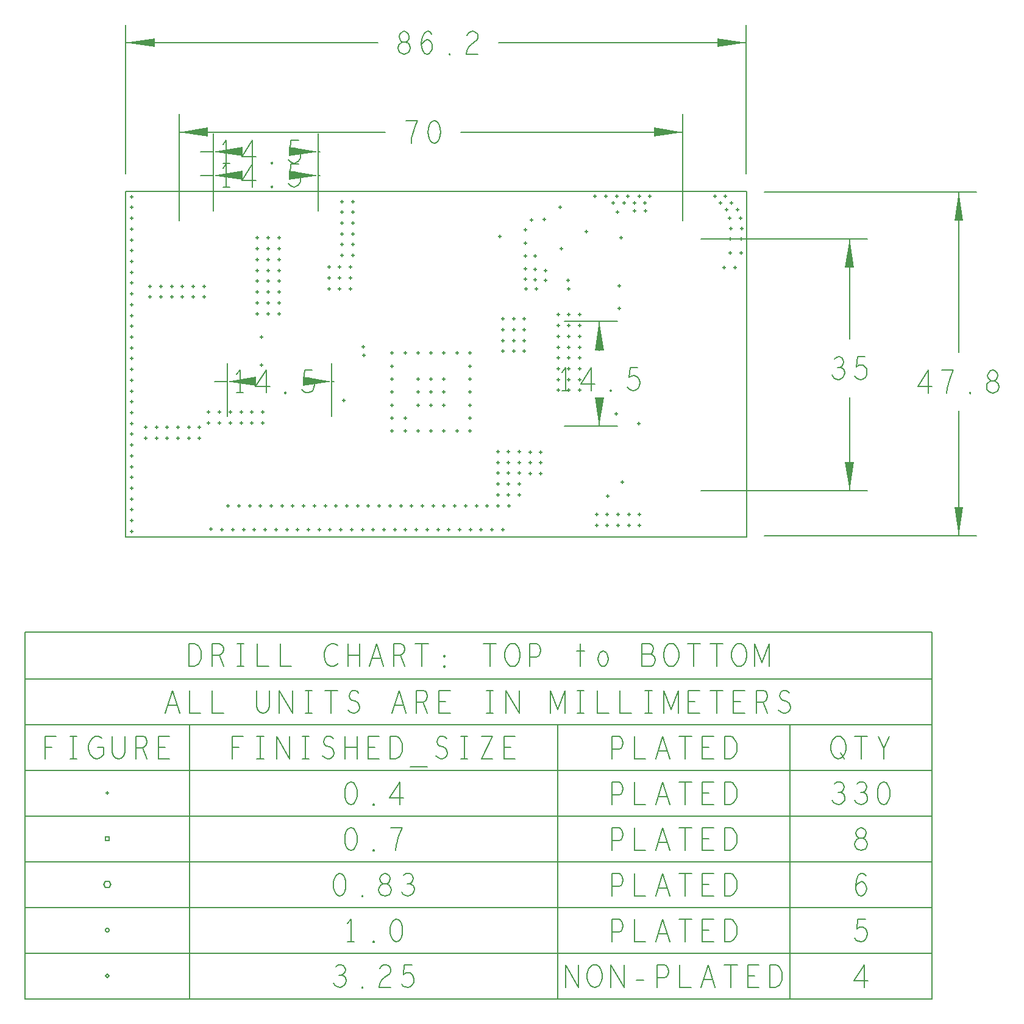
<source format=gko>
G04 ================== begin FILE IDENTIFICATION RECORD ==================*
G04 Layout Name:  E:/FACOMSA/allegro/TFG_RECEIVER_0V5.brd*
G04 Film Name:    PCB_ReceiverBoardOutline*
G04 File Format:  Gerber RS274X*
G04 File Origin:  Cadence Allegro 17.0-S002*
G04 Origin Date:  Mon Mar 27 20:28:53 2023*
G04 *
G04 Layer:  MANUFACTURING/NCLEGEND-1-2*
G04 Layer:  MANUFACTURING/NCLEGEND-1-4*
G04 Layer:  MANUFACTURING/NCLEGEND-1-6*
G04 Layer:  MANUFACTURING/NCLEGEND-1-8*
G04 Layer:  BOARD GEOMETRY/DIMENSION*
G04 Layer:  BOARD GEOMETRY/OUTLINE*
G04 Layer:  MANUFACTURING/XSECTION_CHART*
G04 Layer:  MANUFACTURING/NCDRILL_FIGURE*
G04 Layer:  MANUFACTURING/NCDRILL_LEGEND*
G04 *
G04 Offset:    (0.0000 0.0000)*
G04 Mirror:    No*
G04 Mode:      Positive*
G04 Rotation:  0*
G04 FullContactRelief:  No*
G04 UndefLineWidth:     0.2000*
G04 ================== end FILE IDENTIFICATION RECORD ====================*
%FSAX34Y34*MOMM*%
%IR0*IPPOS*OFA0.00000B0.00000*MIA0B0*SFA1.00000B1.00000*%
%AMMACRO13*
1,1,.2,.2,0.0*
20,1,.2,.2,0.0,-.2,0.0,0.0*
1,1,.2,-.2,0.0*
1,1,.2,0.0,.2*
20,1,.2,0.0,.2,0.0,-.2,0.0*
1,1,.2,0.0,-.2*
%
%ADD13MACRO13*%
%AMMACRO12*
1,1,.2,.103553,-.25*
20,1,.2,.103553,-.25,-.103553,-.25,0.0*
1,1,.2,-.103553,-.25*
20,1,.2,-.103553,-.25,-.25,-.103553,0.0*
1,1,.2,-.25,-.103553*
20,1,.2,-.25,-.103553,-.25,.103553,0.0*
1,1,.2,-.25,.103553*
20,1,.2,-.25,.103553,-.103553,.25,0.0*
1,1,.2,-.103553,.25*
20,1,.2,-.103553,.25,.103553,.25,0.0*
1,1,.2,.103553,.25*
20,1,.2,.103553,.25,.25,.103553,0.0*
1,1,.2,.25,.103553*
20,1,.2,.25,.103553,.25,-.103553,0.0*
1,1,.2,.25,-.103553*
20,1,.2,.25,-.103553,.103553,-.25,0.0*
1,1,.2,.103553,-.25*
%
%ADD12MACRO12*%
%AMMACRO14*
1,1,.2,.25,.25*
20,1,.2,.25,.25,.25,-.25,0.0*
1,1,.2,.25,-.25*
20,1,.2,.25,-.25,-.25,-.25,0.0*
1,1,.2,-.25,-.25*
20,1,.2,-.25,-.25,-.25,.25,0.0*
1,1,.2,-.25,.25*
20,1,.2,-.25,.25,.25,.25,0.0*
1,1,.2,.25,.25*
%
%ADD14MACRO14*%
%AMMACRO10*
1,1,.2,.25,0.0*
20,1,.2,.25,0.0,0.0,-.25,0.0*
1,1,.2,0.0,-.25*
20,1,.2,0.0,-.25,-.25,0.0,0.0*
1,1,.2,-.25,0.0*
20,1,.2,-.25,0.0,0.0,.25,0.0*
1,1,.2,0.0,.25*
20,1,.2,0.0,.25,.25,0.0,0.0*
1,1,.2,.25,0.0*
%
%ADD10MACRO10*%
%AMMACRO11*
1,1,.2,.5,0.0*
20,1,.2,.5,0.0,.25,.433013,0.0*
1,1,.2,.25,.433013*
20,1,.2,.25,.433013,-.25,.433013,0.0*
1,1,.2,-.25,.433013*
20,1,.2,-.25,.433013,-.5,0.0,0.0*
1,1,.2,-.5,0.0*
20,1,.2,-.5,0.0,-.25,-.433013,0.0*
1,1,.2,-.25,-.433013*
20,1,.2,-.25,-.433013,.25,-.433013,0.0*
1,1,.2,.25,-.433013*
20,1,.2,.25,-.433013,.5,0.0,0.0*
1,1,.2,.5,0.0*
%
%ADD11MACRO11*%
%ADD15C,.2*%
G75*
%LPD*%
G75*
G36*
G01X0116000Y0712550D02*
X0076000Y0706300D01*
X0116000Y0700050D01*
Y0712550D01*
G37*
G36*
G01X0190000Y0588350D02*
X0150000Y0582100D01*
X0190000Y0575850D01*
Y0588350D01*
G37*
G36*
G01X0257000Y0242250D02*
X0217000Y0236000D01*
X0257000Y0229750D01*
Y0242250D01*
G37*
G36*
G01X0238000Y0528250D02*
X0198000Y0522000D01*
X0238000Y0515750D01*
Y0528250D01*
G37*
G36*
G01Y0561250D02*
X0198000Y0555000D01*
X0238000Y0548750D01*
Y0561250D01*
G37*
G36*
G01X0303000Y0515750D02*
X0343000Y0522000D01*
X0303000Y0528250D01*
Y0515750D01*
G37*
G36*
G01Y0548750D02*
X0343000Y0555000D01*
X0303000Y0561250D01*
Y0548750D01*
G37*
G36*
G01X0322000Y0229750D02*
X0362000Y0236000D01*
X0322000Y0242250D01*
Y0229750D01*
G37*
G36*
G01X0727750Y0214000D02*
X0734000Y0174000D01*
X0740250Y0214000D01*
X0727750D01*
G37*
G36*
G01X0740250Y0279000D02*
X0734000Y0319000D01*
X0727750Y0279000D01*
X0740250D01*
G37*
G36*
G01X0810000Y0575850D02*
X0850000Y0582100D01*
X0810000Y0588350D01*
Y0575850D01*
G37*
G36*
G01X0898000Y0700050D02*
X0938000Y0706300D01*
X0898000Y0712550D01*
Y0700050D01*
G37*
G36*
G01X1075050Y0124000D02*
X1081300Y0084000D01*
X1087550Y0124000D01*
X1075050D01*
G37*
G36*
G01X1087550Y0394000D02*
X1081300Y0434000D01*
X1075050Y0394000D01*
X1087550D01*
G37*
G36*
G01X1226850Y0061000D02*
X1233100Y0021000D01*
X1239350Y0061000D01*
X1226850D01*
G37*
G36*
G01X1239350Y0459000D02*
X1233100Y0499000D01*
X1226850Y0459000D01*
X1239350D01*
G37*
G54D10*
X0050350Y-0590150D03*
G54D11*
Y-0463150D03*
G54D12*
Y-0526650D03*
G54D13*
Y-0336150D03*
X0084300Y0057400D03*
Y0042400D03*
Y0027400D03*
Y0117400D03*
Y0102400D03*
Y0087400D03*
Y0072400D03*
X0103600Y0172000D03*
X0118600D03*
X0103600Y0157000D03*
X0118600D03*
X0084300Y0177400D03*
Y0162400D03*
Y0147400D03*
Y0132400D03*
Y0252400D03*
Y0237400D03*
Y0222400D03*
Y0207400D03*
Y0192400D03*
Y0312400D03*
Y0297400D03*
Y0282400D03*
Y0267400D03*
X0109900Y0367900D03*
Y0352900D03*
X0084300Y0372400D03*
Y0357400D03*
Y0342400D03*
Y0327400D03*
Y0447400D03*
Y0432400D03*
Y0417400D03*
Y0402400D03*
Y0387400D03*
Y0492400D03*
Y0477400D03*
Y0462400D03*
X0133600Y0172000D03*
X0148600D03*
X0163600D03*
X0178600D03*
X0133600Y0157000D03*
X0148600D03*
X0163600D03*
X0178600D03*
X0139900Y0367900D03*
X0154900D03*
X0169900D03*
X0184900D03*
X0124900D03*
X0139900Y0352900D03*
X0154900D03*
X0169900D03*
X0184900D03*
X0124900D03*
X0209700Y0030200D03*
X0224700D03*
X0239700D03*
X0194600Y0031000D03*
X0218100Y0062500D03*
X0233100D03*
X0248100D03*
X0206300Y0178000D03*
X0221300D03*
X0236300D03*
X0251300D03*
X0191300D03*
X0206300Y0193000D03*
X0221300D03*
X0236300D03*
X0251300D03*
X0191300D03*
X0284700Y0030200D03*
X0299700D03*
X0314700D03*
X0254700D03*
X0269700D03*
X0293100Y0062500D03*
X0308100D03*
X0263100D03*
X0278100D03*
X0266300Y0178000D03*
Y0193000D03*
X0264500Y0258500D03*
Y0297000D03*
X0288800Y0375000D03*
Y0360000D03*
X0258800Y0375000D03*
X0273800D03*
X0258800Y0360000D03*
X0273800D03*
X0288800Y0345000D03*
Y0330000D03*
X0258800Y0345000D03*
X0273800D03*
X0258800Y0330000D03*
X0273800D03*
X0288800Y0435000D03*
X0258800D03*
X0273800D03*
X0288800Y0420000D03*
Y0405000D03*
Y0390000D03*
X0258800Y0420000D03*
X0273800D03*
X0258800Y0405000D03*
X0273800D03*
X0258800Y0390000D03*
X0273800D03*
X0359700Y0030200D03*
X0374700D03*
X0329700D03*
X0344700D03*
X0368100Y0062500D03*
X0383100D03*
X0323100D03*
X0338100D03*
X0353100D03*
X0379000Y0209000D03*
X0358200Y0379700D03*
X0373200D03*
X0358200Y0364700D03*
X0373200D03*
X0376300Y0440700D03*
Y0425700D03*
Y0410700D03*
X0358200Y0394700D03*
X0373200D03*
X0376300Y0485700D03*
Y0470700D03*
Y0455700D03*
X0434700Y0030200D03*
X0449700D03*
X0389700D03*
X0404700D03*
X0419700D03*
X0443100Y0062500D03*
X0398100D03*
X0413100D03*
X0428100D03*
X0446000Y0185000D03*
Y0167000D03*
Y0239000D03*
Y0221000D03*
Y0203000D03*
Y0275000D03*
Y0257000D03*
X0407000Y0272000D03*
X0406000Y0284000D03*
X0388200Y0379700D03*
Y0364700D03*
X0391300Y0440700D03*
Y0425700D03*
Y0410700D03*
X0388200Y0394700D03*
X0391300Y0485700D03*
Y0470700D03*
Y0455700D03*
X0509700Y0030200D03*
X0464700D03*
X0479700D03*
X0494700D03*
X0458100Y0062500D03*
X0473100D03*
X0488100D03*
X0503100D03*
X0464000Y0185000D03*
Y0167000D03*
X0482000D03*
X0500000D03*
Y0221000D03*
X0482000Y0203000D03*
X0500000Y0239000D03*
X0482000Y0221000D03*
X0500000Y0203000D03*
X0482000Y0239000D03*
X0464000Y0275000D03*
X0482000D03*
X0500000D03*
X0524700Y0030200D03*
X0539700D03*
X0554700D03*
X0569700D03*
X0518100Y0062500D03*
X0533100D03*
X0548100D03*
X0563100D03*
X0578100D03*
X0554000Y0185000D03*
X0518000Y0167000D03*
X0536000D03*
X0554000D03*
Y0239000D03*
Y0221000D03*
Y0203000D03*
X0518000D03*
Y0221000D03*
Y0239000D03*
Y0275000D03*
X0536000D03*
X0554000D03*
Y0257000D03*
X0599700Y0030200D03*
X0584700D03*
X0637600Y0122600D03*
Y0107600D03*
X0592700Y0123400D03*
X0607700D03*
X0622700D03*
X0592700Y0108400D03*
X0607700D03*
X0622700D03*
X0592700Y0093400D03*
X0607700D03*
X0622700D03*
X0592700Y0078400D03*
X0607700D03*
X0622700D03*
X0593100Y0062500D03*
X0608100D03*
X0637600Y0137600D03*
X0592700Y0138400D03*
X0607700D03*
X0622700D03*
X0599800Y0307600D03*
X0614800D03*
X0629800D03*
X0599800Y0292600D03*
X0614800D03*
X0629800D03*
X0599800Y0277600D03*
X0614800D03*
X0629800D03*
X0599800Y0322600D03*
X0614800D03*
X0629800D03*
X0645000Y0377000D03*
X0631000Y0378000D03*
X0632000Y0364000D03*
X0645000Y0410000D03*
Y0391000D03*
X0631000Y0446000D03*
Y0428000D03*
Y0410000D03*
Y0392000D03*
X0596000Y0437000D03*
X0640000Y0460000D03*
X0652600Y0122600D03*
Y0107600D03*
Y0137600D03*
X0676600Y0253400D03*
X0691600D03*
X0706600D03*
X0676600Y0238400D03*
X0691600D03*
X0706600D03*
X0676600Y0223400D03*
X0691600D03*
X0706600D03*
X0676600Y0313400D03*
X0691600D03*
X0706600D03*
X0676600Y0298400D03*
X0691600D03*
X0706600D03*
X0676600Y0283400D03*
X0691600D03*
X0706600D03*
X0676600Y0268400D03*
X0691600D03*
X0706600D03*
X0676600Y0328400D03*
X0691600D03*
X0706600D03*
X0690000Y0376000D03*
X0659000D03*
X0691000Y0364000D03*
X0646000D03*
X0659000Y0390000D03*
X0681000Y0420000D03*
X0679000Y0478000D03*
X0657000Y0461000D03*
X0744900Y0051200D03*
X0759900D03*
X0774900D03*
X0744900Y0036200D03*
X0759900D03*
X0774900D03*
X0729900Y0051200D03*
Y0036200D03*
X0745840Y0076348D03*
X0766160Y0095652D03*
X0757000Y0191000D03*
X0761400Y0337400D03*
Y0368400D03*
X0764000Y0435000D03*
X0716000Y0444000D03*
X0752900Y0483500D03*
X0767900D03*
X0758200Y0493400D03*
X0773200D03*
X0743000D03*
X0728000D03*
X0759000Y0471000D03*
X0789900Y0051200D03*
Y0036200D03*
X0789000Y0177000D03*
X0783100Y0472400D03*
X0798100D03*
X0789100Y0493200D03*
X0804100D03*
X0782300Y0483700D03*
X0797300D03*
X0902500Y0483400D03*
X0894100Y0493100D03*
X0907200Y0393600D03*
X0922200D03*
X0915500Y0414400D03*
X0930500D03*
X0916500Y0448300D03*
X0931500D03*
X0915500Y0433800D03*
X0930500D03*
X0915000Y0462500D03*
X0930000D03*
X0910600Y0474600D03*
X0925600D03*
X0917500Y0483400D03*
X0909100Y0493100D03*
G54D14*
X0050350Y-0399650D03*
G54D15*
G01X-0035855Y-0288525D02*
Y-0256775D01*
X-0020895D01*
G01X-0026407Y-0272120D02*
X-0035855D01*
G01X-0001609Y-0256775D02*
X0007838D01*
G01X0003115D02*
Y-0288525D01*
G01X-0001609D02*
X0007838D01*
G01X0036967Y-0272650D02*
X0044841D01*
Y-0282175D01*
X0042478Y-0285351D01*
X0039723Y-0287467D01*
X0035786Y-0288525D01*
X0031850Y-0287467D01*
X0029094Y-0285351D01*
X0026732Y-0282175D01*
X0025156Y-0278471D01*
X0024369Y-0274238D01*
Y-0270533D01*
X0025156Y-0267359D01*
X0026732Y-0263654D01*
X0029094Y-0260479D01*
X0031455Y-0258363D01*
X0034605Y-0256775D01*
X0037360D01*
X0040510Y-0257833D01*
X0042872Y-0259950D01*
G01X0057434Y-0256775D02*
Y-0279529D01*
X0059009Y-0284293D01*
X0062158Y-0287467D01*
X0066095Y-0288525D01*
X0070032Y-0287467D01*
X0073181Y-0284293D01*
X0074756Y-0279529D01*
Y-0256775D01*
G01X0089712Y-0288525D02*
Y-0256775D01*
X0099553D01*
X0102703Y-0258363D01*
X0104671Y-0260479D01*
X0105458Y-0264713D01*
X0104671Y-0268946D01*
X0102309Y-0271591D01*
X0099553Y-0273180D01*
X0089712D01*
G01X0099553D02*
X0105458Y-0288525D01*
G01X0136948D02*
X0121202D01*
Y-0256775D01*
X0136948D01*
G01X0130650Y-0272120D02*
X0121202D01*
G01X0131038Y-0225025D02*
X0140880Y-0193275D01*
X0150722Y-0225025D01*
G01X0147178Y-0213913D02*
X0134581D01*
G01X0164497Y-0193275D02*
Y-0225025D01*
X0180243D01*
G01X0195987Y-0193275D02*
Y-0225025D01*
X0211733D01*
G01X0258179Y-0193275D02*
Y-0216029D01*
X0259754Y-0220793D01*
X0262903Y-0223967D01*
X0266840Y-0225025D01*
X0270777Y-0223967D01*
X0273926Y-0220793D01*
X0275501Y-0216029D01*
Y-0193275D01*
G01X0289276Y-0225025D02*
Y-0193275D01*
X0307384Y-0225025D01*
Y-0193275D01*
G01X0325096D02*
X0334543D01*
G01X0329820D02*
Y-0225025D01*
G01X0325096D02*
X0334543D01*
G01X0361310Y-0193275D02*
Y-0225025D01*
G01X0352256Y-0193275D02*
X0370364D01*
G01X0384533Y-0220793D02*
X0387682Y-0223438D01*
X0391225Y-0225025D01*
X0394375D01*
X0397524Y-0223438D01*
X0399886Y-0220793D01*
X0401067Y-0217087D01*
X0400280Y-0213384D01*
X0398311Y-0210209D01*
X0394768Y-0208091D01*
X0390045Y-0207033D01*
X0387289Y-0204917D01*
X0386107Y-0201213D01*
X0386895Y-0197508D01*
X0388863Y-0194863D01*
X0391619Y-0193275D01*
X0394375D01*
X0397130Y-0194333D01*
X0399493Y-0196979D01*
G01X0445938Y-0225025D02*
X0455780Y-0193275D01*
X0465622Y-0225025D01*
G01X0462078Y-0213913D02*
X0449481D01*
G01X0479397Y-0225025D02*
Y-0193275D01*
X0489238D01*
X0492388Y-0194863D01*
X0494356Y-0196979D01*
X0495143Y-0201213D01*
X0494356Y-0205446D01*
X0491994Y-0208091D01*
X0489238Y-0209680D01*
X0479397D01*
G01X0489238D02*
X0495143Y-0225025D01*
G01X0526633D02*
X0510887D01*
Y-0193275D01*
X0526633D01*
G01X0520335Y-0208620D02*
X0510887D01*
G01X0577016Y-0193275D02*
X0586463D01*
G01X0581740D02*
Y-0225025D01*
G01X0577016D02*
X0586463D01*
G01X0604176D02*
Y-0193275D01*
X0622284Y-0225025D01*
Y-0193275D01*
G01X0665974Y-0225025D02*
Y-0193275D01*
X0676210Y-0219733D01*
X0686446Y-0193275D01*
Y-0225025D01*
G01X0702976Y-0193275D02*
X0712423D01*
G01X0707700D02*
Y-0225025D01*
G01X0702976D02*
X0712423D01*
G01X0731317Y-0193275D02*
Y-0225025D01*
X0747063D01*
G01X0762807Y-0193275D02*
Y-0225025D01*
X0778553D01*
G01X0797446Y-0193275D02*
X0806893D01*
G01X0802170D02*
Y-0225025D01*
G01X0797446D02*
X0806893D01*
G01X0823424D02*
Y-0193275D01*
X0833660Y-0219733D01*
X0843896Y-0193275D01*
Y-0225025D01*
G01X0873023D02*
X0857277D01*
Y-0193275D01*
X0873023D01*
G01X0866725Y-0208620D02*
X0857277D01*
G01X0896640Y-0193275D02*
Y-0225025D01*
G01X0887586Y-0193275D02*
X0905694D01*
G01X0936003Y-0225025D02*
X0920257D01*
Y-0193275D01*
X0936003D01*
G01X0929705Y-0208620D02*
X0920257D01*
G01X0951747Y-0225025D02*
Y-0193275D01*
X0961588D01*
X0964738Y-0194863D01*
X0966706Y-0196979D01*
X0967493Y-0201213D01*
X0966706Y-0205446D01*
X0964344Y-0208091D01*
X0961588Y-0209680D01*
X0951747D01*
G01X0961588D02*
X0967493Y-0225025D01*
G01X0982843Y-0220793D02*
X0985992Y-0223438D01*
X0989535Y-0225025D01*
X0992685D01*
X0995834Y-0223438D01*
X0998196Y-0220793D01*
X0999377Y-0217087D01*
X0998590Y-0213384D01*
X0996621Y-0210209D01*
X0993078Y-0208091D01*
X0988355Y-0207033D01*
X0985599Y-0204917D01*
X0984417Y-0201213D01*
X0985205Y-0197508D01*
X0987173Y-0194863D01*
X0989929Y-0193275D01*
X0992685D01*
X0995440Y-0194333D01*
X0997803Y-0196979D01*
G01X0163709Y-0160025D02*
Y-0128275D01*
X0171582D01*
X0174732Y-0129863D01*
X0177094Y-0131979D01*
X0179063Y-0135154D01*
X0180637Y-0138859D01*
X0181031Y-0144150D01*
X0180637Y-0149442D01*
X0179063Y-0153146D01*
X0177094Y-0156322D01*
X0174732Y-0158438D01*
X0171582Y-0160025D01*
X0163709D01*
G01X0195987D02*
Y-0128275D01*
X0205828D01*
X0208978Y-0129863D01*
X0210946Y-0131979D01*
X0211733Y-0136213D01*
X0210946Y-0140446D01*
X0208584Y-0143091D01*
X0205828Y-0144680D01*
X0195987D01*
G01X0205828D02*
X0211733Y-0160025D01*
G01X0230626Y-0128275D02*
X0240073D01*
G01X0235350D02*
Y-0160025D01*
G01X0230626D02*
X0240073D01*
G01X0258967Y-0128275D02*
Y-0160025D01*
X0274713D01*
G01X0290457Y-0128275D02*
Y-0160025D01*
X0306203D01*
G01X0369971Y-0130921D02*
X0367608Y-0129333D01*
X0364853Y-0128275D01*
X0361704D01*
X0358160Y-0129863D01*
X0355405Y-0132508D01*
X0353437Y-0135684D01*
X0351861Y-0140975D01*
X0351468Y-0145738D01*
X0352256Y-0150500D01*
X0353437Y-0153675D01*
X0355799Y-0156851D01*
X0358555Y-0158967D01*
X0361310Y-0160025D01*
X0364065D01*
X0366821Y-0158967D01*
X0369183Y-0157380D01*
X0371152Y-0155264D01*
G01X0384533Y-0160025D02*
Y-0128275D01*
G01X0401067D02*
Y-0160025D01*
G01Y-0144150D02*
X0384533D01*
G01X0414448Y-0160025D02*
X0424290Y-0128275D01*
X0434132Y-0160025D01*
G01X0430588Y-0148913D02*
X0417991D01*
G01X0447907Y-0160025D02*
Y-0128275D01*
X0457748D01*
X0460898Y-0129863D01*
X0462866Y-0131979D01*
X0463653Y-0136213D01*
X0462866Y-0140446D01*
X0460504Y-0143091D01*
X0457748Y-0144680D01*
X0447907D01*
G01X0457748D02*
X0463653Y-0160025D01*
G01X0487270Y-0128275D02*
Y-0160025D01*
G01X0478216Y-0128275D02*
X0496324D01*
G01X0518760Y-0161083D02*
X0517972Y-0160554D01*
Y-0159496D01*
X0518760Y-0158967D01*
X0519548Y-0159496D01*
Y-0160554D01*
X0518760Y-0161083D01*
G01Y-0146797D02*
X0517972Y-0146267D01*
Y-0145209D01*
X0518760Y-0144680D01*
X0519548Y-0145209D01*
Y-0146267D01*
X0518760Y-0146797D01*
G01X0581740Y-0128275D02*
Y-0160025D01*
G01X0572686Y-0128275D02*
X0590794D01*
G01X0613230Y-0160025D02*
X0610080Y-0159496D01*
X0607325Y-0157380D01*
X0604963Y-0154204D01*
X0603388Y-0150500D01*
X0602601Y-0146267D01*
Y-0142033D01*
X0603388Y-0137800D01*
X0604963Y-0134096D01*
X0607325Y-0130921D01*
X0610080Y-0128804D01*
X0613230Y-0128275D01*
X0616379Y-0128804D01*
X0619135Y-0130921D01*
X0621497Y-0134096D01*
X0623072Y-0137800D01*
X0623859Y-0142033D01*
Y-0146267D01*
X0623072Y-0150500D01*
X0621497Y-0154204D01*
X0619135Y-0157380D01*
X0616379Y-0159496D01*
X0613230Y-0160025D01*
G01X0636847D02*
Y-0128275D01*
X0646295D01*
X0649444Y-0129863D01*
X0651806Y-0133567D01*
X0652593Y-0137800D01*
X0651806Y-0142033D01*
X0649838Y-0145209D01*
X0646295Y-0146797D01*
X0636847D01*
G01X0707700Y-0128275D02*
Y-0160025D01*
G01X0702189Y-0138859D02*
X0713211D01*
G01X0739190Y-0160025D02*
X0736828Y-0159496D01*
X0734466Y-0157380D01*
X0732891Y-0153675D01*
X0732104Y-0149442D01*
X0732891Y-0145209D01*
X0734466Y-0141504D01*
X0736828Y-0139388D01*
X0739190Y-0138859D01*
X0741552Y-0139388D01*
X0743914Y-0141504D01*
X0745488Y-0145209D01*
X0745883Y-0149442D01*
X0745488Y-0153675D01*
X0743914Y-0157380D01*
X0741552Y-0159496D01*
X0739190Y-0160025D01*
G01X0805319Y-0143091D02*
X0806894Y-0141504D01*
X0808075Y-0138859D01*
X0808863Y-0135154D01*
X0808075Y-0131979D01*
X0806500Y-0129863D01*
X0803745Y-0128275D01*
X0793116D01*
Y-0160025D01*
X0806107D01*
X0808863Y-0157909D01*
X0810437Y-0154733D01*
X0811224Y-0151029D01*
X0810437Y-0147326D01*
X0808075Y-0144150D01*
X0805319Y-0143091D01*
X0793116D01*
G01X0833660Y-0160025D02*
X0830510Y-0159496D01*
X0827755Y-0157380D01*
X0825393Y-0154204D01*
X0823818Y-0150500D01*
X0823031Y-0146267D01*
Y-0142033D01*
X0823818Y-0137800D01*
X0825393Y-0134096D01*
X0827755Y-0130921D01*
X0830510Y-0128804D01*
X0833660Y-0128275D01*
X0836809Y-0128804D01*
X0839565Y-0130921D01*
X0841927Y-0134096D01*
X0843502Y-0137800D01*
X0844289Y-0142033D01*
Y-0146267D01*
X0843502Y-0150500D01*
X0841927Y-0154204D01*
X0839565Y-0157380D01*
X0836809Y-0159496D01*
X0833660Y-0160025D01*
G01X0865150Y-0128275D02*
Y-0160025D01*
G01X0856096Y-0128275D02*
X0874204D01*
G01X0896640D02*
Y-0160025D01*
G01X0887586Y-0128275D02*
X0905694D01*
G01X0928130Y-0160025D02*
X0924980Y-0159496D01*
X0922225Y-0157380D01*
X0919863Y-0154204D01*
X0918288Y-0150500D01*
X0917501Y-0146267D01*
Y-0142033D01*
X0918288Y-0137800D01*
X0919863Y-0134096D01*
X0922225Y-0130921D01*
X0924980Y-0128804D01*
X0928130Y-0128275D01*
X0931279Y-0128804D01*
X0934035Y-0130921D01*
X0936397Y-0134096D01*
X0937972Y-0137800D01*
X0938759Y-0142033D01*
Y-0146267D01*
X0937972Y-0150500D01*
X0936397Y-0154204D01*
X0934035Y-0157380D01*
X0931279Y-0159496D01*
X0928130Y-0160025D01*
G01X0949384D02*
Y-0128275D01*
X0959620Y-0154733D01*
X0969856Y-0128275D01*
Y-0160025D01*
G01X0223935Y-0288525D02*
Y-0256775D01*
X0238895D01*
G01X0233383Y-0272120D02*
X0223935D01*
G01X0258181Y-0256775D02*
X0267628D01*
G01X0262905D02*
Y-0288525D01*
G01X0258181D02*
X0267628D01*
G01X0285341D02*
Y-0256775D01*
X0303449Y-0288525D01*
Y-0256775D01*
G01X0321161D02*
X0330608D01*
G01X0325885D02*
Y-0288525D01*
G01X0321161D02*
X0330608D01*
G01X0349108Y-0284293D02*
X0352257Y-0286938D01*
X0355800Y-0288525D01*
X0358950D01*
X0362099Y-0286938D01*
X0364461Y-0284293D01*
X0365642Y-0280587D01*
X0364855Y-0276884D01*
X0362886Y-0273709D01*
X0359343Y-0271591D01*
X0354620Y-0270533D01*
X0351864Y-0268417D01*
X0350682Y-0264713D01*
X0351470Y-0261008D01*
X0353438Y-0258363D01*
X0356194Y-0256775D01*
X0358950D01*
X0361705Y-0257833D01*
X0364068Y-0260479D01*
G01X0380598Y-0288525D02*
Y-0256775D01*
G01X0397132D02*
Y-0288525D01*
G01Y-0272650D02*
X0380598D01*
G01X0428228Y-0288525D02*
X0412482D01*
Y-0256775D01*
X0428228D01*
G01X0421930Y-0272120D02*
X0412482D01*
G01X0443184Y-0288525D02*
Y-0256775D01*
X0451057D01*
X0454207Y-0258363D01*
X0456569Y-0260479D01*
X0458538Y-0263654D01*
X0460112Y-0267359D01*
X0460506Y-0272650D01*
X0460112Y-0277942D01*
X0458538Y-0281646D01*
X0456569Y-0284822D01*
X0454207Y-0286938D01*
X0451057Y-0288525D01*
X0443184D01*
G01X0471525Y-0299108D02*
X0495145D01*
G01X0506558Y-0284293D02*
X0509707Y-0286938D01*
X0513250Y-0288525D01*
X0516400D01*
X0519549Y-0286938D01*
X0521911Y-0284293D01*
X0523092Y-0280587D01*
X0522305Y-0276884D01*
X0520336Y-0273709D01*
X0516793Y-0271591D01*
X0512070Y-0270533D01*
X0509314Y-0268417D01*
X0508132Y-0264713D01*
X0508920Y-0261008D01*
X0510888Y-0258363D01*
X0513644Y-0256775D01*
X0516400D01*
X0519155Y-0257833D01*
X0521518Y-0260479D01*
G01X0541591Y-0256775D02*
X0551038D01*
G01X0546315D02*
Y-0288525D01*
G01X0541591D02*
X0551038D01*
G01X0570325Y-0256775D02*
X0585285D01*
X0570325Y-0288525D01*
X0585285D01*
G01X0617168D02*
X0601422D01*
Y-0256775D01*
X0617168D01*
G01X0610870Y-0272120D02*
X0601422D01*
G01X0364459Y-0599675D02*
X0366821Y-0603380D01*
X0369970Y-0605496D01*
X0373514Y-0606025D01*
X0376663Y-0605496D01*
X0379813Y-0602851D01*
X0381781Y-0599675D01*
X0382174Y-0596500D01*
X0381387Y-0592797D01*
X0378631Y-0590150D01*
X0375875Y-0589091D01*
X0372332D01*
G01X0375875D02*
X0378238Y-0587504D01*
X0380206Y-0584859D01*
X0380993Y-0581684D01*
X0380206Y-0578508D01*
X0378238Y-0575863D01*
X0374695Y-0574275D01*
X0371152Y-0574804D01*
X0367609Y-0576921D01*
G01X0404610Y-0607083D02*
X0403822Y-0606554D01*
Y-0605496D01*
X0404610Y-0604967D01*
X0405398Y-0605496D01*
Y-0606554D01*
X0404610Y-0607083D01*
G01X0428620Y-0579567D02*
X0430982Y-0576392D01*
X0433738Y-0574804D01*
X0436888Y-0574275D01*
X0440824Y-0575333D01*
X0443580Y-0577979D01*
X0444367Y-0581154D01*
X0443973Y-0584330D01*
X0442398Y-0586975D01*
X0434525Y-0592267D01*
X0430982Y-0595971D01*
X0428620Y-0601264D01*
X0427833Y-0606025D01*
X0444367D01*
G01X0458929Y-0601264D02*
X0461291Y-0603909D01*
X0464047Y-0605496D01*
X0467590Y-0606025D01*
X0471133Y-0604967D01*
X0473888Y-0602851D01*
X0475857Y-0599146D01*
X0476251Y-0594913D01*
X0475463Y-0590680D01*
X0473495Y-0588033D01*
X0470739Y-0585917D01*
X0467984Y-0585388D01*
X0465228Y-0585917D01*
X0461685Y-0588033D01*
X0462866Y-0574275D01*
X0473495D01*
G01X0388865Y-0542525D02*
Y-0510775D01*
X0384141Y-0517125D01*
G01Y-0542525D02*
X0393588D01*
G01X0420355Y-0543583D02*
X0419567Y-0543054D01*
Y-0541996D01*
X0420355Y-0541467D01*
X0421143Y-0541996D01*
Y-0543054D01*
X0420355Y-0543583D01*
G01X0451845Y-0510775D02*
X0448695Y-0511833D01*
X0446334Y-0514479D01*
X0444759Y-0517654D01*
X0443578Y-0521888D01*
X0443184Y-0526650D01*
X0443578Y-0531413D01*
X0444759Y-0535646D01*
X0446334Y-0538822D01*
X0448695Y-0541467D01*
X0451845Y-0542525D01*
X0454994Y-0541467D01*
X0457356Y-0538822D01*
X0458931Y-0535646D01*
X0460112Y-0531413D01*
X0460506Y-0526650D01*
X0460112Y-0521888D01*
X0458931Y-0517654D01*
X0457356Y-0514479D01*
X0454994Y-0511833D01*
X0451845Y-0510775D01*
G01X0373120Y-0447275D02*
X0369970Y-0448333D01*
X0367609Y-0450979D01*
X0366034Y-0454154D01*
X0364853Y-0458388D01*
X0364459Y-0463150D01*
X0364853Y-0467913D01*
X0366034Y-0472146D01*
X0367609Y-0475322D01*
X0369970Y-0477967D01*
X0373120Y-0479025D01*
X0376269Y-0477967D01*
X0378631Y-0475322D01*
X0380206Y-0472146D01*
X0381387Y-0467913D01*
X0381781Y-0463150D01*
X0381387Y-0458388D01*
X0380206Y-0454154D01*
X0378631Y-0450979D01*
X0376269Y-0448333D01*
X0373120Y-0447275D01*
G01X0404610Y-0480083D02*
X0403822Y-0479554D01*
Y-0478496D01*
X0404610Y-0477967D01*
X0405398Y-0478496D01*
Y-0479554D01*
X0404610Y-0480083D01*
G01X0436100Y-0479025D02*
X0438855Y-0478496D01*
X0442005Y-0476909D01*
X0443973Y-0474264D01*
X0444761Y-0470558D01*
X0443973Y-0466855D01*
X0441611Y-0463680D01*
X0438068Y-0462091D01*
X0434132D01*
X0431770Y-0461033D01*
X0429801Y-0458388D01*
X0429014Y-0454684D01*
X0430195Y-0450979D01*
X0432950Y-0448333D01*
X0436100Y-0447275D01*
X0439249Y-0448333D01*
X0442005Y-0450979D01*
X0443186Y-0454684D01*
X0442398Y-0458388D01*
X0440430Y-0461033D01*
X0438068Y-0462091D01*
X0434132D01*
X0430589Y-0463680D01*
X0428227Y-0466855D01*
X0427439Y-0470558D01*
X0428227Y-0474264D01*
X0430195Y-0476909D01*
X0433345Y-0478496D01*
X0436100Y-0479025D01*
G01X0458929Y-0472675D02*
X0461291Y-0476380D01*
X0464440Y-0478496D01*
X0467984Y-0479025D01*
X0471133Y-0478496D01*
X0474283Y-0475851D01*
X0476251Y-0472675D01*
X0476644Y-0469500D01*
X0475857Y-0465797D01*
X0473101Y-0463150D01*
X0470345Y-0462091D01*
X0466802D01*
G01X0470345D02*
X0472708Y-0460504D01*
X0474676Y-0457859D01*
X0475463Y-0454684D01*
X0474676Y-0451508D01*
X0472708Y-0448863D01*
X0469165Y-0447275D01*
X0465622Y-0447804D01*
X0462079Y-0449921D01*
G01X0388865Y-0383775D02*
X0385715Y-0384833D01*
X0383354Y-0387479D01*
X0381779Y-0390654D01*
X0380598Y-0394888D01*
X0380204Y-0399650D01*
X0380598Y-0404413D01*
X0381779Y-0408646D01*
X0383354Y-0411822D01*
X0385715Y-0414467D01*
X0388865Y-0415525D01*
X0392014Y-0414467D01*
X0394376Y-0411822D01*
X0395951Y-0408646D01*
X0397132Y-0404413D01*
X0397526Y-0399650D01*
X0397132Y-0394888D01*
X0395951Y-0390654D01*
X0394376Y-0387479D01*
X0392014Y-0384833D01*
X0388865Y-0383775D01*
G01X0420355Y-0416583D02*
X0419567Y-0416054D01*
Y-0414996D01*
X0420355Y-0414467D01*
X0421143Y-0414996D01*
Y-0416054D01*
X0420355Y-0416583D01*
G01X0451057Y-0415525D02*
X0451845Y-0408646D01*
X0453026Y-0402826D01*
X0454600Y-0397533D01*
X0456569Y-0391713D01*
X0459718Y-0383775D01*
X0443972D01*
G01X0388865Y-0320275D02*
X0385715Y-0321333D01*
X0383354Y-0323979D01*
X0381779Y-0327154D01*
X0380598Y-0331388D01*
X0380204Y-0336150D01*
X0380598Y-0340913D01*
X0381779Y-0345146D01*
X0383354Y-0348322D01*
X0385715Y-0350967D01*
X0388865Y-0352025D01*
X0392014Y-0350967D01*
X0394376Y-0348322D01*
X0395951Y-0345146D01*
X0397132Y-0340913D01*
X0397526Y-0336150D01*
X0397132Y-0331388D01*
X0395951Y-0327154D01*
X0394376Y-0323979D01*
X0392014Y-0321333D01*
X0388865Y-0320275D01*
G01X0420355Y-0353083D02*
X0419567Y-0352554D01*
Y-0351496D01*
X0420355Y-0350967D01*
X0421143Y-0351496D01*
Y-0352554D01*
X0420355Y-0353083D01*
G01X0456569Y-0352025D02*
Y-0320275D01*
X0442003Y-0343029D01*
X0461687D01*
G01X0472407Y0566225D02*
X0473195Y0573104D01*
X0474376Y0578924D01*
X0475950Y0584217D01*
X0477919Y0590037D01*
X0481068Y0597975D01*
X0465322D01*
G01X0504685D02*
X0501535Y0596917D01*
X0499174Y0594271D01*
X0497599Y0591096D01*
X0496418Y0586862D01*
X0496024Y0582100D01*
X0496418Y0577337D01*
X0497599Y0573104D01*
X0499174Y0569928D01*
X0501535Y0567283D01*
X0504685Y0566225D01*
X0507834Y0567283D01*
X0510196Y0569928D01*
X0511771Y0573104D01*
X0512952Y0577337D01*
X0513346Y0582100D01*
X0512952Y0586862D01*
X0511771Y0591096D01*
X0510196Y0594271D01*
X0507834Y0596917D01*
X0504685Y0597975D01*
G01X0462765Y0690425D02*
X0465520Y0690954D01*
X0468670Y0692541D01*
X0470638Y0695186D01*
X0471426Y0698892D01*
X0470638Y0702595D01*
X0468276Y0705770D01*
X0464733Y0707359D01*
X0460797D01*
X0458435Y0708417D01*
X0456466Y0711062D01*
X0455679Y0714766D01*
X0456860Y0718471D01*
X0459615Y0721117D01*
X0462765Y0722175D01*
X0465914Y0721117D01*
X0468670Y0718471D01*
X0469851Y0714766D01*
X0469063Y0711062D01*
X0467095Y0708417D01*
X0464733Y0707359D01*
X0460797D01*
X0457254Y0705770D01*
X0454892Y0702595D01*
X0454104Y0698892D01*
X0454892Y0695186D01*
X0456860Y0692541D01*
X0460010Y0690954D01*
X0462765Y0690425D01*
G01X0486775Y0703653D02*
X0489531Y0707359D01*
X0491893Y0709475D01*
X0495043Y0710533D01*
X0497798Y0709475D01*
X0499766Y0707359D01*
X0501341Y0704183D01*
X0501735Y0700479D01*
X0501341Y0697304D01*
X0499766Y0694128D01*
X0497404Y0691483D01*
X0494649Y0690425D01*
X0491500Y0691483D01*
X0488744Y0694657D01*
X0487169Y0699421D01*
X0486775Y0704712D01*
X0487562Y0711591D01*
X0488744Y0715296D01*
X0490712Y0719000D01*
X0493467Y0721646D01*
X0496223Y0722175D01*
X0498979Y0721117D01*
X0500948Y0718471D01*
G01X0525745Y0689367D02*
X0524957Y0689896D01*
Y0690954D01*
X0525745Y0691483D01*
X0526533Y0690954D01*
Y0689896D01*
X0525745Y0689367D01*
G01X0549755Y0716883D02*
X0552117Y0720058D01*
X0554873Y0721646D01*
X0558023Y0722175D01*
X0561959Y0721117D01*
X0564715Y0718471D01*
X0565502Y0715296D01*
X0565108Y0712120D01*
X0563533Y0709475D01*
X0555660Y0704183D01*
X0552117Y0700479D01*
X0549755Y0695186D01*
X0548968Y0690425D01*
X0565502D01*
G01X0686836Y-0606025D02*
Y-0574275D01*
X0704944Y-0606025D01*
Y-0574275D01*
G01X0727380Y-0606025D02*
X0724230Y-0605496D01*
X0721475Y-0603380D01*
X0719113Y-0600204D01*
X0717538Y-0596500D01*
X0716751Y-0592267D01*
Y-0588033D01*
X0717538Y-0583800D01*
X0719113Y-0580096D01*
X0721475Y-0576921D01*
X0724230Y-0574804D01*
X0727380Y-0574275D01*
X0730529Y-0574804D01*
X0733285Y-0576921D01*
X0735647Y-0580096D01*
X0737222Y-0583800D01*
X0738009Y-0588033D01*
Y-0592267D01*
X0737222Y-0596500D01*
X0735647Y-0600204D01*
X0733285Y-0603380D01*
X0730529Y-0605496D01*
X0727380Y-0606025D01*
G01X0749816D02*
Y-0574275D01*
X0767924Y-0606025D01*
Y-0574275D01*
G01X0785242Y-0595442D02*
X0795478D01*
G01X0813977Y-0606025D02*
Y-0574275D01*
X0823425D01*
X0826574Y-0575863D01*
X0828936Y-0579567D01*
X0829723Y-0583800D01*
X0828936Y-0588033D01*
X0826968Y-0591209D01*
X0823425Y-0592797D01*
X0813977D01*
G01X0845467Y-0574275D02*
Y-0606025D01*
X0861213D01*
G01X0874988D02*
X0884830Y-0574275D01*
X0894672Y-0606025D01*
G01X0891128Y-0594913D02*
X0878531D01*
G01X0916320Y-0574275D02*
Y-0606025D01*
G01X0907266Y-0574275D02*
X0925374D01*
G01X0955683Y-0606025D02*
X0939937D01*
Y-0574275D01*
X0955683D01*
G01X0949385Y-0589620D02*
X0939937D01*
G01X0970639Y-0606025D02*
Y-0574275D01*
X0978512D01*
X0981662Y-0575863D01*
X0984024Y-0577979D01*
X0985993Y-0581154D01*
X0987567Y-0584859D01*
X0987961Y-0590150D01*
X0987567Y-0595442D01*
X0985993Y-0599146D01*
X0984024Y-0602322D01*
X0981662Y-0604438D01*
X0978512Y-0606025D01*
X0970639D01*
G01X0750997Y-0542525D02*
Y-0510775D01*
X0760445D01*
X0763594Y-0512363D01*
X0765956Y-0516067D01*
X0766743Y-0520300D01*
X0765956Y-0524533D01*
X0763988Y-0527709D01*
X0760445Y-0529297D01*
X0750997D01*
G01X0782487Y-0510775D02*
Y-0542525D01*
X0798233D01*
G01X0812008D02*
X0821850Y-0510775D01*
X0831692Y-0542525D01*
G01X0828148Y-0531413D02*
X0815551D01*
G01X0853340Y-0510775D02*
Y-0542525D01*
G01X0844286Y-0510775D02*
X0862394D01*
G01X0892703Y-0542525D02*
X0876957D01*
Y-0510775D01*
X0892703D01*
G01X0886405Y-0526120D02*
X0876957D01*
G01X0907659Y-0542525D02*
Y-0510775D01*
X0915532D01*
X0918682Y-0512363D01*
X0921044Y-0514479D01*
X0923013Y-0517654D01*
X0924587Y-0521359D01*
X0924981Y-0526650D01*
X0924587Y-0531942D01*
X0923013Y-0535646D01*
X0921044Y-0538822D01*
X0918682Y-0540938D01*
X0915532Y-0542525D01*
X0907659D01*
G01X0750997Y-0479025D02*
Y-0447275D01*
X0760445D01*
X0763594Y-0448863D01*
X0765956Y-0452567D01*
X0766743Y-0456800D01*
X0765956Y-0461033D01*
X0763988Y-0464209D01*
X0760445Y-0465797D01*
X0750997D01*
G01X0782487Y-0447275D02*
Y-0479025D01*
X0798233D01*
G01X0812008D02*
X0821850Y-0447275D01*
X0831692Y-0479025D01*
G01X0828148Y-0467913D02*
X0815551D01*
G01X0853340Y-0447275D02*
Y-0479025D01*
G01X0844286Y-0447275D02*
X0862394D01*
G01X0892703Y-0479025D02*
X0876957D01*
Y-0447275D01*
X0892703D01*
G01X0886405Y-0462620D02*
X0876957D01*
G01X0907659Y-0479025D02*
Y-0447275D01*
X0915532D01*
X0918682Y-0448863D01*
X0921044Y-0450979D01*
X0923013Y-0454154D01*
X0924587Y-0457859D01*
X0924981Y-0463150D01*
X0924587Y-0468442D01*
X0923013Y-0472146D01*
X0921044Y-0475322D01*
X0918682Y-0477438D01*
X0915532Y-0479025D01*
X0907659D01*
G01X0750997Y-0415525D02*
Y-0383775D01*
X0760445D01*
X0763594Y-0385363D01*
X0765956Y-0389067D01*
X0766743Y-0393300D01*
X0765956Y-0397533D01*
X0763988Y-0400709D01*
X0760445Y-0402297D01*
X0750997D01*
G01X0782487Y-0383775D02*
Y-0415525D01*
X0798233D01*
G01X0812008D02*
X0821850Y-0383775D01*
X0831692Y-0415525D01*
G01X0828148Y-0404413D02*
X0815551D01*
G01X0853340Y-0383775D02*
Y-0415525D01*
G01X0844286Y-0383775D02*
X0862394D01*
G01X0892703Y-0415525D02*
X0876957D01*
Y-0383775D01*
X0892703D01*
G01X0886405Y-0399120D02*
X0876957D01*
G01X0907659Y-0415525D02*
Y-0383775D01*
X0915532D01*
X0918682Y-0385363D01*
X0921044Y-0387479D01*
X0923013Y-0390654D01*
X0924587Y-0394359D01*
X0924981Y-0399650D01*
X0924587Y-0404942D01*
X0923013Y-0408646D01*
X0921044Y-0411822D01*
X0918682Y-0413938D01*
X0915532Y-0415525D01*
X0907659D01*
G01X0750997Y-0352025D02*
Y-0320275D01*
X0760445D01*
X0763594Y-0321863D01*
X0765956Y-0325567D01*
X0766743Y-0329800D01*
X0765956Y-0334033D01*
X0763988Y-0337209D01*
X0760445Y-0338797D01*
X0750997D01*
G01X0782487Y-0320275D02*
Y-0352025D01*
X0798233D01*
G01X0812008D02*
X0821850Y-0320275D01*
X0831692Y-0352025D01*
G01X0828148Y-0340913D02*
X0815551D01*
G01X0853340Y-0320275D02*
Y-0352025D01*
G01X0844286Y-0320275D02*
X0862394D01*
G01X0892703Y-0352025D02*
X0876957D01*
Y-0320275D01*
X0892703D01*
G01X0886405Y-0335620D02*
X0876957D01*
G01X0907659Y-0352025D02*
Y-0320275D01*
X0915532D01*
X0918682Y-0321863D01*
X0921044Y-0323979D01*
X0923013Y-0327154D01*
X0924587Y-0330859D01*
X0924981Y-0336150D01*
X0924587Y-0341442D01*
X0923013Y-0345146D01*
X0921044Y-0348322D01*
X0918682Y-0350438D01*
X0915532Y-0352025D01*
X0907659D01*
G01X0750997Y-0288525D02*
Y-0256775D01*
X0760445D01*
X0763594Y-0258363D01*
X0765956Y-0262067D01*
X0766743Y-0266300D01*
X0765956Y-0270533D01*
X0763988Y-0273709D01*
X0760445Y-0275297D01*
X0750997D01*
G01X0782487Y-0256775D02*
Y-0288525D01*
X0798233D01*
G01X0812008D02*
X0821850Y-0256775D01*
X0831692Y-0288525D01*
G01X0828148Y-0277413D02*
X0815551D01*
G01X0853340Y-0256775D02*
Y-0288525D01*
G01X0844286Y-0256775D02*
X0862394D01*
G01X0892703Y-0288525D02*
X0876957D01*
Y-0256775D01*
X0892703D01*
G01X0886405Y-0272120D02*
X0876957D01*
G01X0907659Y-0288525D02*
Y-0256775D01*
X0915532D01*
X0918682Y-0258363D01*
X0921044Y-0260479D01*
X0923013Y-0263654D01*
X0924587Y-0267359D01*
X0924981Y-0272650D01*
X0924587Y-0277942D01*
X0923013Y-0281646D01*
X0921044Y-0284822D01*
X0918682Y-0286938D01*
X0915532Y-0288525D01*
X0907659D01*
G01X1102109Y-0606025D02*
Y-0574275D01*
X1087543Y-0597029D01*
X1107227D01*
G01X1088724Y-0537764D02*
X1091086Y-0540409D01*
X1093842Y-0541996D01*
X1097385Y-0542525D01*
X1100928Y-0541467D01*
X1103683Y-0539351D01*
X1105652Y-0535646D01*
X1106046Y-0531413D01*
X1105258Y-0527180D01*
X1103290Y-0524533D01*
X1100534Y-0522417D01*
X1097779Y-0521888D01*
X1095023Y-0522417D01*
X1091480Y-0524533D01*
X1092661Y-0510775D01*
X1103290D01*
G01X1089905Y-0465797D02*
X1092661Y-0462091D01*
X1095023Y-0459975D01*
X1098173Y-0458917D01*
X1100928Y-0459975D01*
X1102896Y-0462091D01*
X1104471Y-0465267D01*
X1104865Y-0468971D01*
X1104471Y-0472146D01*
X1102896Y-0475322D01*
X1100534Y-0477967D01*
X1097779Y-0479025D01*
X1094630Y-0477967D01*
X1091874Y-0474793D01*
X1090299Y-0470029D01*
X1089905Y-0464738D01*
X1090692Y-0457859D01*
X1091874Y-0454154D01*
X1093842Y-0450450D01*
X1096597Y-0447804D01*
X1099353Y-0447275D01*
X1102109Y-0448333D01*
X1104078Y-0450979D01*
G01X1097385Y-0415525D02*
X1100140Y-0414996D01*
X1103290Y-0413409D01*
X1105258Y-0410764D01*
X1106046Y-0407058D01*
X1105258Y-0403355D01*
X1102896Y-0400180D01*
X1099353Y-0398591D01*
X1095417D01*
X1093055Y-0397533D01*
X1091086Y-0394888D01*
X1090299Y-0391184D01*
X1091480Y-0387479D01*
X1094235Y-0384833D01*
X1097385Y-0383775D01*
X1100534Y-0384833D01*
X1103290Y-0387479D01*
X1104471Y-0391184D01*
X1103683Y-0394888D01*
X1101715Y-0397533D01*
X1099353Y-0398591D01*
X1095417D01*
X1091874Y-0400180D01*
X1089512Y-0403355D01*
X1088724Y-0407058D01*
X1089512Y-0410764D01*
X1091480Y-0413409D01*
X1094630Y-0414996D01*
X1097385Y-0415525D01*
G01X1057234Y-0345675D02*
X1059596Y-0349380D01*
X1062745Y-0351496D01*
X1066289Y-0352025D01*
X1069438Y-0351496D01*
X1072588Y-0348851D01*
X1074556Y-0345675D01*
X1074949Y-0342500D01*
X1074162Y-0338797D01*
X1071406Y-0336150D01*
X1068650Y-0335091D01*
X1065107D01*
G01X1068650D02*
X1071013Y-0333504D01*
X1072981Y-0330859D01*
X1073768Y-0327684D01*
X1072981Y-0324508D01*
X1071013Y-0321863D01*
X1067470Y-0320275D01*
X1063927Y-0320804D01*
X1060384Y-0322921D01*
G01X1088724Y-0345675D02*
X1091086Y-0349380D01*
X1094235Y-0351496D01*
X1097779Y-0352025D01*
X1100928Y-0351496D01*
X1104078Y-0348851D01*
X1106046Y-0345675D01*
X1106439Y-0342500D01*
X1105652Y-0338797D01*
X1102896Y-0336150D01*
X1100140Y-0335091D01*
X1096597D01*
G01X1100140D02*
X1102503Y-0333504D01*
X1104471Y-0330859D01*
X1105258Y-0327684D01*
X1104471Y-0324508D01*
X1102503Y-0321863D01*
X1098960Y-0320275D01*
X1095417Y-0320804D01*
X1091874Y-0322921D01*
G01X1128875Y-0320275D02*
X1125725Y-0321333D01*
X1123364Y-0323979D01*
X1121789Y-0327154D01*
X1120608Y-0331388D01*
X1120214Y-0336150D01*
X1120608Y-0340913D01*
X1121789Y-0345146D01*
X1123364Y-0348322D01*
X1125725Y-0350967D01*
X1128875Y-0352025D01*
X1132024Y-0350967D01*
X1134386Y-0348322D01*
X1135961Y-0345146D01*
X1137142Y-0340913D01*
X1137536Y-0336150D01*
X1137142Y-0331388D01*
X1135961Y-0327154D01*
X1134386Y-0323979D01*
X1132024Y-0321333D01*
X1128875Y-0320275D01*
G01X1065895Y-0288525D02*
X1062745Y-0287996D01*
X1059990Y-0285880D01*
X1057628Y-0282704D01*
X1056053Y-0279000D01*
X1055266Y-0274767D01*
Y-0270533D01*
X1056053Y-0266300D01*
X1057628Y-0262596D01*
X1059990Y-0259421D01*
X1062745Y-0257304D01*
X1065895Y-0256775D01*
X1069044Y-0257304D01*
X1071800Y-0259421D01*
X1074162Y-0262596D01*
X1075737Y-0266300D01*
X1076524Y-0270533D01*
Y-0274767D01*
X1075737Y-0279000D01*
X1074162Y-0282704D01*
X1071800Y-0285880D01*
X1069044Y-0287996D01*
X1065895Y-0288525D01*
G01X1069044Y-0280058D02*
X1073768Y-0288525D01*
G01X1097385Y-0256775D02*
Y-0288525D01*
G01X1088331Y-0256775D02*
X1106439D01*
G01X1128875Y-0288525D02*
Y-0274238D01*
X1121002Y-0256775D01*
G01X1136748D02*
X1128875Y-0274238D01*
G01X1056894Y0244575D02*
X1059256Y0240870D01*
X1062405Y0238754D01*
X1065949Y0238225D01*
X1069098Y0238754D01*
X1072248Y0241399D01*
X1074216Y0244575D01*
X1074609Y0247750D01*
X1073822Y0251453D01*
X1071066Y0254100D01*
X1068310Y0255159D01*
X1064767D01*
G01X1068310D02*
X1070673Y0256746D01*
X1072641Y0259391D01*
X1073428Y0262566D01*
X1072641Y0265742D01*
X1070673Y0268387D01*
X1067130Y0269975D01*
X1063587Y0269446D01*
X1060044Y0267329D01*
G01X1088384Y0242986D02*
X1090746Y0240341D01*
X1093502Y0238754D01*
X1097045Y0238225D01*
X1100588Y0239283D01*
X1103343Y0241399D01*
X1105312Y0245104D01*
X1105706Y0249337D01*
X1104918Y0253570D01*
X1102950Y0256217D01*
X1100194Y0258333D01*
X1097439Y0258862D01*
X1094683Y0258333D01*
X1091140Y0256217D01*
X1092321Y0269975D01*
X1102950D01*
G01X1190589Y0219825D02*
Y0251575D01*
X1176023Y0228821D01*
X1195707D01*
G01X1216567Y0219825D02*
X1217355Y0226704D01*
X1218536Y0232524D01*
X1220110Y0237817D01*
X1222079Y0243637D01*
X1225228Y0251575D01*
X1209482D01*
G01X1248845Y0218767D02*
X1248057Y0219296D01*
Y0220354D01*
X1248845Y0220883D01*
X1249633Y0220354D01*
Y0219296D01*
X1248845Y0218767D01*
G01X1280335Y0219825D02*
X1283090Y0220354D01*
X1286240Y0221941D01*
X1288208Y0224586D01*
X1288996Y0228292D01*
X1288208Y0231995D01*
X1285846Y0235170D01*
X1282303Y0236759D01*
X1278367D01*
X1276005Y0237817D01*
X1274036Y0240462D01*
X1273249Y0244166D01*
X1274430Y0247871D01*
X1277185Y0250517D01*
X1280335Y0251575D01*
X1283484Y0250517D01*
X1286240Y0247871D01*
X1287421Y0244166D01*
X1286633Y0240462D01*
X1284665Y0237817D01*
X1282303Y0236759D01*
X1278367D01*
X1274824Y0235170D01*
X1272462Y0231995D01*
X1271674Y0228292D01*
X1272462Y0224586D01*
X1274430Y0221941D01*
X1277580Y0220354D01*
X1280335Y0219825D01*
G01X-0063800Y-0621900D02*
Y-0112400D01*
X1195790D01*
Y-0621900D01*
X-0063800D01*
G01Y-0558400D02*
X1195790D01*
G01X-0063800Y-0494900D02*
X1195790D01*
G01X-0063800Y-0431400D02*
X1195790D01*
G01X-0063800Y-0367900D02*
X1195790D01*
G01X-0063800Y-0304400D02*
X1195790D01*
G01X-0063800Y-0240900D02*
X1195790D01*
G01X-0063800Y-0177400D02*
X1195790D01*
G01X0075600Y0499900D02*
Y0020000D01*
X0938500D01*
Y0499900D01*
X0075600D01*
G01X0076000Y0524000D02*
Y0731300D01*
G01X0426143Y0706300D02*
X0076000D01*
G01X0164500Y-0240900D02*
Y-0621900D01*
G01X0150000Y0459000D02*
Y0607100D01*
G01X0180089Y0522000D02*
X0198000D01*
G01X0180089Y0555000D02*
X0198000D01*
G01X0436573Y0582100D02*
X0150000D01*
G01X0234739Y0220100D02*
Y0251900D01*
X0230019Y0245540D01*
G01Y0220100D02*
X0239458D01*
G01X0270959D02*
Y0251900D01*
X0256405Y0229110D01*
X0276073D01*
G01X0297739Y0219040D02*
X0296952Y0219570D01*
Y0220630D01*
X0297739Y0221160D01*
X0298526Y0220630D01*
Y0219570D01*
X0297739Y0219040D01*
G01X0320586Y0224869D02*
X0322945Y0222220D01*
X0325699Y0220630D01*
X0329239Y0220100D01*
X0332779Y0221160D01*
X0335532Y0223279D01*
X0337499Y0226989D01*
X0337892Y0231230D01*
X0337106Y0235470D01*
X0335139Y0238120D01*
X0332385Y0240240D01*
X0329633Y0240769D01*
X0326879Y0240240D01*
X0323339Y0238120D01*
X0324519Y0251900D01*
X0335139D01*
G01X0217000Y0187000D02*
Y0261000D01*
G01X0199089Y0236000D02*
X0217000D01*
G01X0215739Y0506100D02*
Y0537900D01*
X0211019Y0531540D01*
G01Y0506100D02*
X0220458D01*
G01X0251959D02*
Y0537900D01*
X0237405Y0515110D01*
X0257073D01*
G01X0278739Y0505040D02*
X0277952Y0505570D01*
Y0506630D01*
X0278739Y0507160D01*
X0279526Y0506630D01*
Y0505570D01*
X0278739Y0505040D01*
G01X0301586Y0510869D02*
X0303945Y0508220D01*
X0306699Y0506630D01*
X0310239Y0506100D01*
X0313779Y0507160D01*
X0316532Y0509279D01*
X0318499Y0512989D01*
X0318892Y0517230D01*
X0318106Y0521470D01*
X0316139Y0524120D01*
X0313385Y0526240D01*
X0310633Y0526769D01*
X0307879Y0526240D01*
X0304339Y0524120D01*
X0305519Y0537900D01*
X0316139D01*
G01X0198000Y0473000D02*
Y0547000D01*
G01Y0506000D02*
Y0580000D01*
G01X0215739Y0539100D02*
Y0570900D01*
X0211019Y0564540D01*
G01Y0539100D02*
X0220458D01*
G01X0251959D02*
Y0570900D01*
X0237405Y0548110D01*
X0257073D01*
G01X0278739Y0538040D02*
X0277952Y0538570D01*
Y0539630D01*
X0278739Y0540160D01*
X0279526Y0539630D01*
Y0538570D01*
X0278739Y0538040D01*
G01X0301586Y0543869D02*
X0303945Y0541220D01*
X0306699Y0539630D01*
X0310239Y0539100D01*
X0313779Y0540160D01*
X0316532Y0542279D01*
X0318499Y0545989D01*
X0318892Y0550230D01*
X0318106Y0554470D01*
X0316139Y0557120D01*
X0313385Y0559240D01*
X0310633Y0559769D01*
X0307879Y0559240D01*
X0304339Y0557120D01*
X0305519Y0570900D01*
X0316139D01*
G01X0362000Y0187000D02*
Y0261000D01*
G01X0364889Y0236000D02*
X0362000D01*
G01X0343000Y0473000D02*
Y0547000D01*
G01Y0506000D02*
Y0580000D01*
G01X0345889Y0522000D02*
X0343000D01*
G01X0345889Y0555000D02*
X0343000D01*
G01X0541307Y0582100D02*
X0850000D01*
G01X0593857Y0706300D02*
X0938000D01*
G01X0676210Y-0240900D02*
Y-0621900D01*
G01X0685000Y0174000D02*
X0759000D01*
G01X0686750Y0223089D02*
Y0254889D01*
X0682030Y0248529D01*
G01Y0223089D02*
X0691469D01*
G01X0722970D02*
Y0254889D01*
X0708416Y0232099D01*
X0728084D01*
G01X0749750Y0222029D02*
X0748963Y0222559D01*
Y0223619D01*
X0749750Y0224149D01*
X0750537Y0223619D01*
Y0222559D01*
X0749750Y0222029D01*
G01X0772597Y0227858D02*
X0774956Y0225209D01*
X0777710Y0223619D01*
X0781250Y0223089D01*
X0784790Y0224149D01*
X0787543Y0226268D01*
X0789510Y0229978D01*
X0789903Y0234219D01*
X0789117Y0238459D01*
X0787150Y0241109D01*
X0784396Y0243229D01*
X0781644Y0243758D01*
X0778890Y0243229D01*
X0775350Y0241109D01*
X0776530Y0254889D01*
X0787150D01*
G01X0685000Y0319000D02*
X0759000D01*
G01X0734000Y0199239D02*
Y0174000D01*
G01Y0278739D02*
Y0319000D01*
G01X0875000Y0084000D02*
X1106300D01*
G01X0875000Y0434000D02*
X1106300D01*
G01X0850000Y0459000D02*
Y0607100D01*
G01X0963000Y0021000D02*
X1258100D01*
G01X0963000Y0499000D02*
X1258100D01*
G01X0938000Y0524000D02*
Y0731300D01*
G01X0998980Y-0240900D02*
Y-0621900D01*
G01X1081300Y0213413D02*
Y0084000D01*
G01Y0294787D02*
Y0434000D01*
G01X1233100Y0195013D02*
Y0021000D01*
G01Y0276387D02*
Y0499000D01*
M02*

</source>
